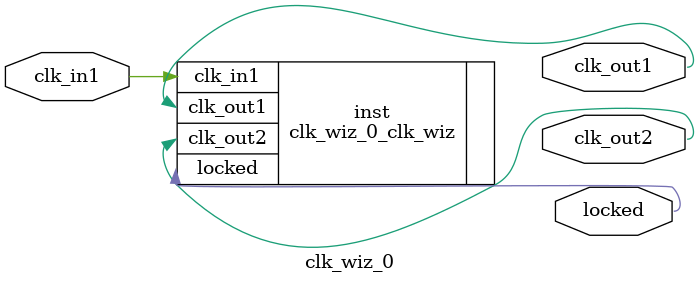
<source format=v>


`timescale 1ps/1ps

(* CORE_GENERATION_INFO = "clk_wiz_0,clk_wiz_v6_0_2_0_0,{component_name=clk_wiz_0,use_phase_alignment=true,use_min_o_jitter=false,use_max_i_jitter=false,use_dyn_phase_shift=false,use_inclk_switchover=false,use_dyn_reconfig=false,enable_axi=0,feedback_source=FDBK_AUTO,PRIMITIVE=MMCM,num_out_clk=2,clkin1_period=20.833,clkin2_period=10.0,use_power_down=false,use_reset=false,use_locked=true,use_inclk_stopped=false,feedback_type=SINGLE,CLOCK_MGR_TYPE=NA,manual_override=false}" *)

module clk_wiz_0 
 (
  // Clock out ports
  output        clk_out1,
  output        clk_out2,
  // Status and control signals
  output        locked,
 // Clock in ports
  input         clk_in1
 );

  clk_wiz_0_clk_wiz inst
  (
  // Clock out ports  
  .clk_out1(clk_out1),
  .clk_out2(clk_out2),
  // Status and control signals               
  .locked(locked),
 // Clock in ports
  .clk_in1(clk_in1)
  );

endmodule

</source>
